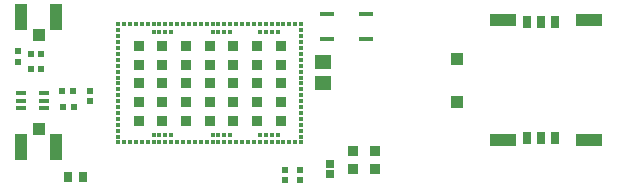
<source format=gtp>
G04 #@! TF.GenerationSoftware,KiCad,Pcbnew,(5.1.6)-1*
G04 #@! TF.CreationDate,2021-04-28T16:12:28-06:00*
G04 #@! TF.ProjectId,oasis_iot,6f617369-735f-4696-9f74-2e6b69636164,rev?*
G04 #@! TF.SameCoordinates,Original*
G04 #@! TF.FileFunction,Paste,Top*
G04 #@! TF.FilePolarity,Positive*
%FSLAX46Y46*%
G04 Gerber Fmt 4.6, Leading zero omitted, Abs format (unit mm)*
G04 Created by KiCad (PCBNEW (5.1.6)-1) date 2021-04-28 16:12:28*
%MOMM*%
%LPD*%
G01*
G04 APERTURE LIST*
%ADD10R,1.470000X1.160000*%
%ADD11R,1.143000X0.406400*%
%ADD12R,0.970000X0.390000*%
%ADD13R,0.540000X0.600000*%
%ADD14R,0.600000X0.540000*%
%ADD15R,0.630000X0.510000*%
%ADD16R,0.930000X0.870000*%
%ADD17R,0.635000X0.635000*%
%ADD18R,0.900000X0.900000*%
%ADD19R,0.350000X0.350000*%
%ADD20R,0.700000X0.900000*%
%ADD21R,1.000000X1.050000*%
%ADD22R,1.050000X2.200000*%
%ADD23R,1.000000X1.100000*%
%ADD24R,0.800000X1.000000*%
%ADD25R,2.300000X1.000000*%
G04 APERTURE END LIST*
D10*
X69253100Y-76637900D03*
X69253100Y-74887900D03*
D11*
X72885000Y-72950000D03*
X69535000Y-72950000D03*
X72885000Y-70850000D03*
X69535000Y-70850000D03*
D12*
X43673200Y-78168500D03*
X43673200Y-78818500D03*
X43673200Y-77518500D03*
X45633200Y-78168500D03*
X45633200Y-77518500D03*
X45633200Y-78818500D03*
D13*
X47256500Y-78651100D03*
X48120500Y-78651100D03*
D14*
X43434000Y-74854000D03*
X43434000Y-73990000D03*
D15*
X66040000Y-83995000D03*
X66040000Y-84915000D03*
D16*
X71755000Y-82405000D03*
X71755000Y-83965000D03*
D17*
X69862700Y-83477100D03*
X69862700Y-84366100D03*
D18*
X53639200Y-79895300D03*
X53639200Y-78295300D03*
X53639200Y-76695300D03*
X53639200Y-75095300D03*
X53639200Y-73495300D03*
X55639200Y-79895300D03*
X55639200Y-78295300D03*
X55639200Y-76695300D03*
X55639200Y-75095300D03*
X55639200Y-73495300D03*
X57639200Y-79895300D03*
X57639200Y-78295300D03*
X57639200Y-76695300D03*
X57639200Y-75095300D03*
X57639200Y-73495300D03*
X59639200Y-79895300D03*
X59639200Y-78295300D03*
X59639200Y-76695300D03*
X59639200Y-75095300D03*
X59639200Y-73495300D03*
X61639200Y-79895300D03*
X61639200Y-78295300D03*
X61639200Y-76695300D03*
X61639200Y-75095300D03*
X61639200Y-73495300D03*
X63639200Y-79895300D03*
X63639200Y-78295300D03*
X63639200Y-76695300D03*
X63639200Y-75095300D03*
X63639200Y-73495300D03*
X65639200Y-79895300D03*
X65639200Y-78295300D03*
X65639200Y-76695300D03*
X65639200Y-75095300D03*
D19*
X65389200Y-81045300D03*
X64889200Y-81045300D03*
X64389200Y-81045300D03*
X63889200Y-81045300D03*
X61389200Y-81045300D03*
X60889200Y-81045300D03*
X60389200Y-81045300D03*
X59889200Y-81045300D03*
X56389200Y-81045300D03*
X55889200Y-81045300D03*
X55389200Y-81045300D03*
X54889200Y-81045300D03*
X54889200Y-72345300D03*
X55389200Y-72345300D03*
X55889200Y-72345300D03*
X56389200Y-72345300D03*
X59889200Y-72345300D03*
X60389200Y-72345300D03*
X60889200Y-72345300D03*
X61389200Y-72345300D03*
X63889200Y-72345300D03*
X64389200Y-72345300D03*
X64889200Y-72345300D03*
X65389200Y-72345300D03*
D18*
X65639200Y-73495300D03*
D19*
X66889200Y-81695300D03*
X66389200Y-81695300D03*
X65889200Y-81695300D03*
X65389200Y-81695300D03*
X64889200Y-81695300D03*
X64389200Y-81695300D03*
X63889200Y-81695300D03*
X63389200Y-81695300D03*
X62889200Y-81695300D03*
X62389200Y-81695300D03*
X61889200Y-81695300D03*
X61389200Y-81695300D03*
X60889200Y-81695300D03*
X60389200Y-81695300D03*
X59889200Y-81695300D03*
X59389200Y-81695300D03*
X58889200Y-81695300D03*
X58389200Y-81695300D03*
X57889200Y-81695300D03*
X57389200Y-81695300D03*
X56889200Y-81695300D03*
X56389200Y-81695300D03*
X55889200Y-81695300D03*
X55389200Y-81695300D03*
X54889200Y-81695300D03*
X54389200Y-81695300D03*
X53889200Y-81695300D03*
X53389200Y-81695300D03*
X52889200Y-81695300D03*
X52389200Y-81695300D03*
X51889200Y-81695300D03*
X51889200Y-81195300D03*
X51889200Y-80695300D03*
X51889200Y-80195300D03*
X51889200Y-79695300D03*
X51889200Y-79195300D03*
X51889200Y-78695300D03*
X51889200Y-78195300D03*
X51889200Y-77695300D03*
X51889200Y-77195300D03*
X51889200Y-76695300D03*
X51889200Y-76195300D03*
X51889200Y-75695300D03*
X51889200Y-75195300D03*
X51889200Y-74695300D03*
X51889200Y-74195300D03*
X51889200Y-73695300D03*
X51889200Y-73195300D03*
X51889200Y-72695300D03*
X51889200Y-72195300D03*
X51889200Y-71695300D03*
X52389200Y-71695300D03*
X52889200Y-71695300D03*
X53389200Y-71695300D03*
X53889200Y-71695300D03*
X54389200Y-71695300D03*
X54889200Y-71695300D03*
X55389200Y-71695300D03*
X55889200Y-71695300D03*
X56389200Y-71695300D03*
X56889200Y-71695300D03*
X57389200Y-71695300D03*
X57889200Y-71695300D03*
X58389200Y-71695300D03*
X58889200Y-71695300D03*
X59389200Y-71695300D03*
X59889200Y-71695300D03*
X60389200Y-71695300D03*
X60889200Y-71695300D03*
X61389200Y-71695300D03*
X61889200Y-71695300D03*
X62389200Y-71695300D03*
X62889200Y-71695300D03*
X63389200Y-71695300D03*
X63889200Y-71695300D03*
X64389200Y-71695300D03*
X64889200Y-71695300D03*
X65389200Y-71695300D03*
X65889200Y-71695300D03*
X66389200Y-71695300D03*
X66889200Y-71695300D03*
X67389200Y-71695300D03*
X67389200Y-72195300D03*
X67389200Y-72695300D03*
X67389200Y-73195300D03*
X67389200Y-73695300D03*
X67389200Y-74195300D03*
X67389200Y-74695300D03*
X67389200Y-75195300D03*
X67389200Y-75695300D03*
X67389200Y-76195300D03*
X67389200Y-76695300D03*
X67389200Y-77195300D03*
X67389200Y-77695300D03*
X67389200Y-78195300D03*
X67389200Y-78695300D03*
X67389200Y-79195300D03*
X67389200Y-79695300D03*
X67389200Y-80195300D03*
X67389200Y-80695300D03*
X67389200Y-81195300D03*
X67389200Y-81695300D03*
D20*
X48922700Y-84645500D03*
X47622700Y-84645500D03*
D14*
X67310000Y-84887000D03*
X67310000Y-84023000D03*
D21*
X45173900Y-80529700D03*
D22*
X43698900Y-82054700D03*
X46648900Y-82054700D03*
D23*
X80593000Y-74595900D03*
X80593000Y-78235900D03*
D24*
X86468000Y-81315900D03*
X87668000Y-81315900D03*
X86468000Y-71515900D03*
X87668000Y-71515900D03*
X88868000Y-71515900D03*
X88868000Y-81315900D03*
D25*
X91718000Y-71315900D03*
X84518000Y-71315900D03*
X84518000Y-81515900D03*
X91718000Y-81515900D03*
D21*
X45161200Y-72606900D03*
D22*
X46636200Y-71081900D03*
X43686200Y-71081900D03*
D13*
X47180500Y-77330300D03*
X48040500Y-77330300D03*
D14*
X49530000Y-78155800D03*
X49530000Y-77295800D03*
D13*
X44528000Y-74168000D03*
X45388000Y-74168000D03*
X45388000Y-75438000D03*
X44528000Y-75438000D03*
D16*
X73660000Y-82405000D03*
X73660000Y-83965000D03*
M02*

</source>
